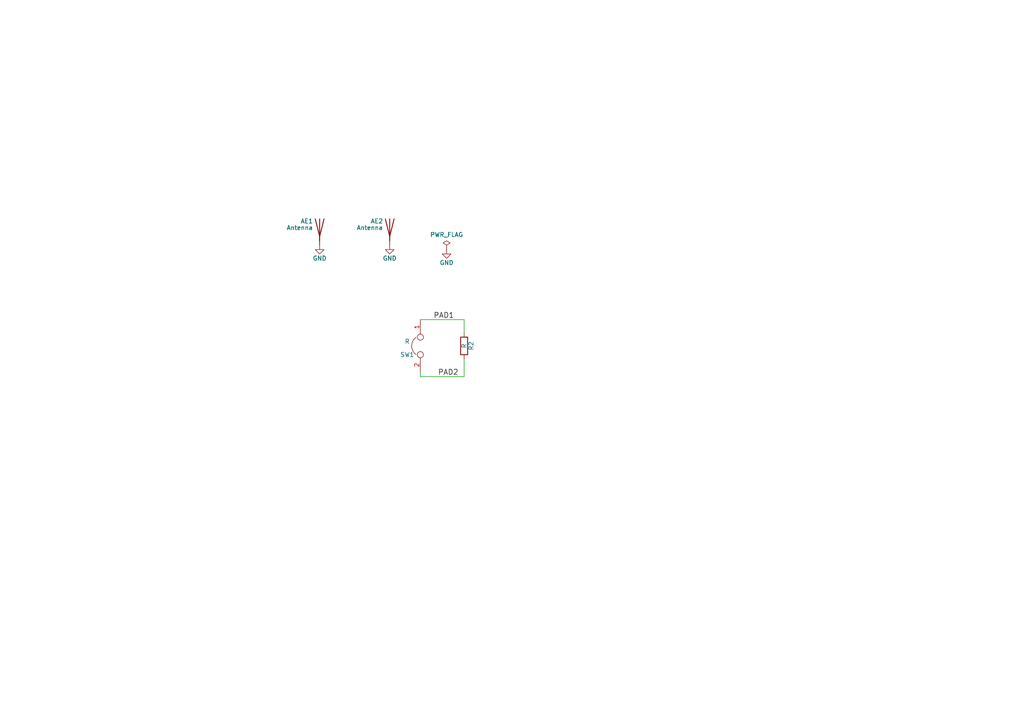
<source format=kicad_sch>
(kicad_sch (version 20220404) (generator eeschema)
  (paper "A4")
  (lib_symbols
    (symbol "custom_pads_schlib:Antenna" (pin_numbers hide) (pin_names (offset 1.016) hide)
      (property "Reference" "AE" (at -1.905 1.905 0))
      (property "Value" "Antenna" (at -1.905 0 0))
      (symbol "Antenna_0_1"
        (polyline (pts (xy 0 2.54) (xy 0 -3.81)) (stroke (width 0.254)))
        (polyline (pts (xy 1.27 2.54) (xy 0 -2.54) (xy -1.27 2.54)) (stroke (width 0.254)))
      )
      (symbol "Antenna_1_1"
        (pin input line (at 0 -5.08 90) (length 2.54) (name "A") (number "1"))
      )
    )
    (symbol "custom_pads_schlib:GND" (power) (pin_names (offset 0))
      (property "Value" "GND" (at 0 -3.81 0))
      (symbol "GND_0_1"
        (polyline (pts (xy 0 0) (xy 0 -1.27) (xy 1.27 -1.27) (xy 0 -2.54) (xy -1.27 -1.27) (xy 0 -1.27)))
      )
      (symbol "GND_1_1"
        (pin power_in line (at 0 0 270) (length 0) hide (name "GND") (number "1"))
      )
    )
    (symbol "custom_pads_schlib:Jumper-device" (pin_names (offset 0.762) hide)
      (property "Reference" "JP" (at 0 3.81 0))
      (property "Value" "Jumper-device" (at 0 -2.032 0))
      (symbol "Jumper-device_0_1"
        (circle (center -2.54 0) (radius 0.889))
        (arc (start 2.5146 1.27) (mid 0.0078 2.5097) (end -2.4892 1.27))
        (circle (center 2.54 0) (radius 0.889))
        (pin passive line (at -7.62 0 0) (length 4.191) (name "1") (number "1"))
        (pin passive line (at 7.62 0 180) (length 4.191) (name "2") (number "2"))
      )
    )
    (symbol "custom_pads_schlib:R" (pin_numbers hide) (pin_names (offset 0))
      (property "Reference" "R" (at 2.032 0 90))
      (property "Value" "R" (at 0 0 90))
      (symbol "R_0_1"
        (rectangle (start -1.016 -2.54) (end 1.016 2.54) (stroke (width 0.254)))
      )
      (symbol "R_1_1"
        (pin passive line (at 0 3.81 270) (length 1.27) (name "~") (number "1"))
        (pin passive line (at 0 -3.81 90) (length 1.27) (name "~") (number "2"))
      )
    )
    (symbol "power:PWR_FLAG" (power) (pin_numbers hide) (pin_names (offset 0) hide)
      (property "Value" "PWR_FLAG" (at 0 3.81 0))
      (symbol "PWR_FLAG_0_0"
        (pin power_out line (at 0 0 90) (length 0) (name "pwr") (number "1"))
      )
      (symbol "PWR_FLAG_0_1"
        (polyline (pts (xy 0 0) (xy 0 1.27) (xy -1.016 1.905) (xy 0 2.54) (xy 1.016 1.905) (xy 0 1.27)))
      )
    )
  )
  (wire (pts (xy 134.62 92.71) (xy 134.62 96.52)))
  (wire (pts (xy 134.62 104.14) (xy 134.62 109.22)))
  (wire (pts (xy 121.92 92.71) (xy 134.62 92.71)))
  (wire (pts (xy 121.92 109.22) (xy 121.92 107.95)))
  (wire (pts (xy 121.92 109.22) (xy 134.62 109.22)))
  (label "PAD2" (at 127 109.22 0) (effects (font (size 1.524 1.524))))
  (label "PAD1" (at 125.73 92.71 0) (effects (font (size 1.524 1.524))))
  (symbol (lib_id "custom_pads_schlib:Jumper-device") (at 121.92 100.33 90) (mirror x) (unit 1)
    (default_instance (reference "U") (unit 1) (value "") (footprint ""))
    (property "Reference" "SW1" (at 118.11 102.87 90))
    (property "Value" "R" (at 118.11 99.06 90))
  )
  (symbol (lib_id "custom_pads_schlib:R") (at 134.62 100.33 0) (unit 1)
    (default_instance (reference "U") (unit 1) (value "") (footprint ""))
    (property "Reference" "R2" (at 136.652 100.33 90))
    (property "Value" "R" (at 134.62 100.33 90))
  )
  (symbol (lib_id "custom_pads_schlib:Antenna") (at 92.71 66.04 0) (unit 1)
    (default_instance (reference "U") (unit 1) (value "") (footprint ""))
    (property "Reference" "AE1" (at 90.805 64.135 0) (effects (justify right)))
    (property "Value" "Antenna" (at 90.805 66.04 0) (effects (justify right)))
  )
  (symbol (lib_id "custom_pads_schlib:Antenna") (at 113.03 66.04 0) (unit 1)
    (default_instance (reference "U") (unit 1) (value "") (footprint ""))
    (property "Reference" "AE2" (at 111.125 64.135 0) (effects (justify right)))
    (property "Value" "Antenna" (at 111.125 66.04 0) (effects (justify right)))
  )
  (symbol (lib_id "custom_pads_schlib:GND") (at 92.71 71.12 0) (unit 1)
    (default_instance (reference "U") (unit 1) (value "") (footprint ""))
    (property "Reference" "#PWR01" (effects hide))
    (property "Value" "GND" (at 92.71 74.93 0))
  )
  (symbol (lib_id "custom_pads_schlib:GND") (at 113.03 71.12 0) (unit 1)
    (default_instance (reference "U") (unit 1) (value "") (footprint ""))
    (property "Reference" "#PWR02" (effects hide))
    (property "Value" "GND" (at 113.03 74.93 0))
  )
  (symbol (lib_id "custom_pads_schlib:GND") (at 129.54 72.39 0) (unit 1)
    (default_instance (reference "U") (unit 1) (value "") (footprint ""))
    (property "Reference" "#PWR0101" (effects hide))
    (property "Value" "GND" (at 129.54 76.2 0))
  )
  (symbol (lib_id "power:PWR_FLAG") (at 129.54 72.39 0) (unit 1)
    (default_instance (reference "U") (unit 1) (value "") (footprint ""))
    (property "Reference" "#FLG0101" (effects hide))
    (property "Value" "PWR_FLAG" (at 129.54 68.0656 0))
  )
)
</source>
